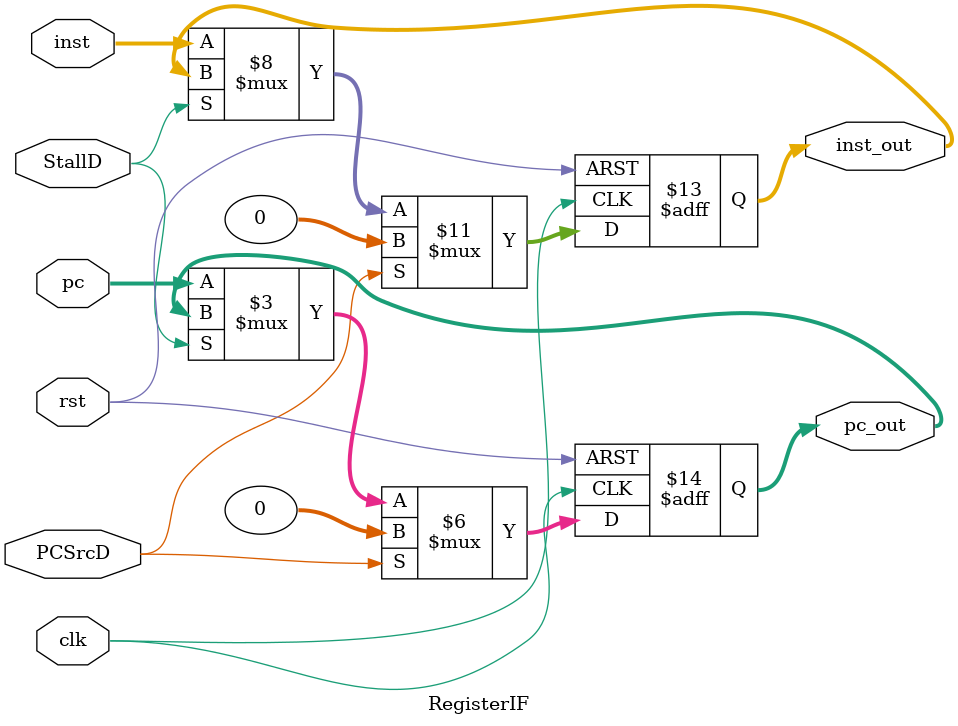
<source format=sv>
module RegisterIF #(parameter WIDTH=32) (
    input clk, rst,                    // Señales de control
    input logic [WIDTH-1:0] inst,     // Entrada de instrucción 
    input logic [WIDTH-1:0] pc,       // Entrada de PC
    input logic StallD,
    input logic PCSrcD,
    output logic [WIDTH-1:0] inst_out, // Salida de instrucción
    output logic [WIDTH-1:0] pc_out   // Salida de PC
);

always_ff @(posedge clk or posedge rst)
begin
    if(rst) begin
        // Reset asíncrono - solo por rst
        inst_out <= 32'b0; 
        pc_out <= 32'b0; 
    end
    else begin
        if(PCSrcD) begin
            // Flush - insertar NOP
            inst_out <= 32'b0; 
            pc_out <= 32'b0; 
        end
        else if (~StallD) begin
            // Operación normal - actualizar registros
            inst_out <= inst;  
            pc_out <= pc;      
        end
        // Si StallD está activo, mantener valores actuales (no hacer nada)
    end
end 

endmodule
</source>
